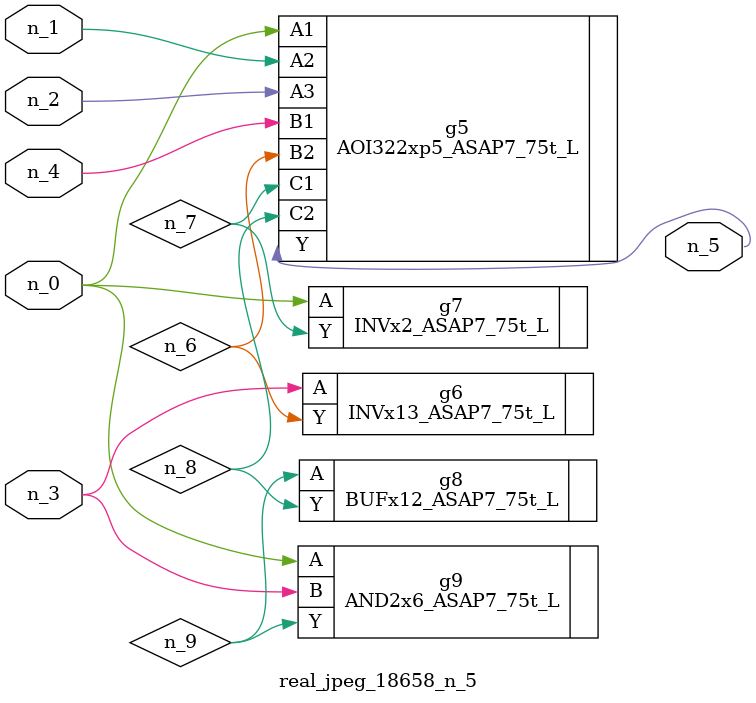
<source format=v>
module real_jpeg_18658_n_5 (n_4, n_0, n_1, n_2, n_3, n_5);

input n_4;
input n_0;
input n_1;
input n_2;
input n_3;

output n_5;

wire n_8;
wire n_6;
wire n_7;
wire n_9;

AOI322xp5_ASAP7_75t_L g5 ( 
.A1(n_0),
.A2(n_1),
.A3(n_2),
.B1(n_4),
.B2(n_6),
.C1(n_7),
.C2(n_8),
.Y(n_5)
);

INVx2_ASAP7_75t_L g7 ( 
.A(n_0),
.Y(n_7)
);

AND2x6_ASAP7_75t_L g9 ( 
.A(n_0),
.B(n_3),
.Y(n_9)
);

INVx13_ASAP7_75t_L g6 ( 
.A(n_3),
.Y(n_6)
);

BUFx12_ASAP7_75t_L g8 ( 
.A(n_9),
.Y(n_8)
);


endmodule
</source>
